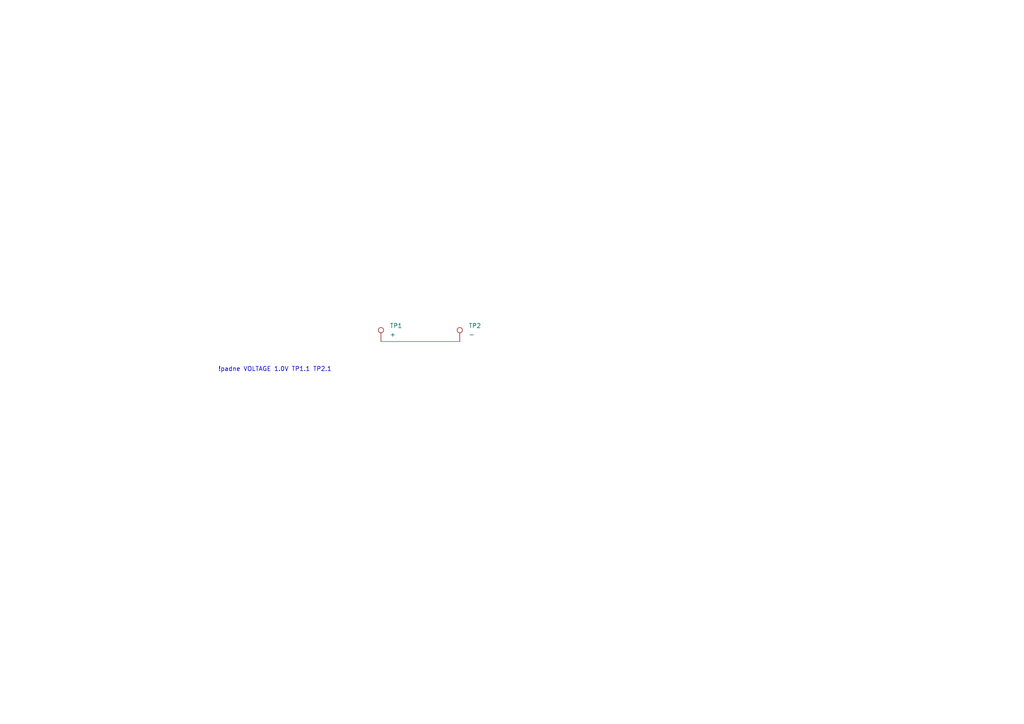
<source format=kicad_sch>
(kicad_sch (version 20231120) (generator "eeschema") (generator_version "8.0")
  (paper "A4")
  (lib_symbols
    (symbol "Connector:TestPoint" (pin_numbers hide) (pin_names (offset 0.762) hide)
      (property "Reference" "TP" (at 0 6.858 0))
      (property "Value" "TestPoint" (at 0 5.08 0))
      (symbol "TestPoint_0_1"
        (circle (center 0 3.302) (radius 0.762))
      )
      (symbol "TestPoint_1_1"
        (pin passive line (at 0 0 90) (length 2.54) (name "1") (number "1"))
      )
    )
  )
  (wire (pts (xy 110.49 99.06) (xy 133.35 99.06)))
  (text "!padne VOLTAGE 1.0V TP1.1 TP2.1" (at 79.756 107.188 0) (effects (font (size 1.27 1.27))))
  (symbol (lib_id "Connector:TestPoint") (at 133.35 99.06 0) (unit 1)
    (property "Reference" "TP2" (at 135.89 94.4879 0) (effects (justify left)))
    (property "Value" "-" (at 135.89 97.0279 0) (effects (justify left)))
    (property "Footprint" "TestPoint:TestPoint_Pad_D2.0mm" (effects (hide yes)))
    (property "Description" "test point" (effects (hide yes)))
  )
  (symbol (lib_id "Connector:TestPoint") (at 110.49 99.06 0) (unit 1)
    (property "Reference" "TP1" (at 113.03 94.4879 0) (effects (justify left)))
    (property "Value" "+" (at 113.03 97.0279 0) (effects (justify left)))
    (property "Footprint" "TestPoint:TestPoint_Pad_D2.0mm" (effects (hide yes)))
    (property "Description" "test point" (effects (hide yes)))
  )
)
</source>
